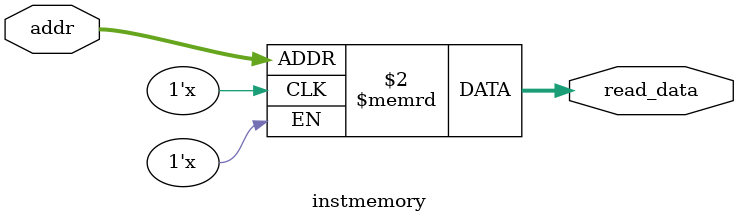
<source format=v>
module instmemory(addr,read_data);
	input [15:0]addr;
	output [31:0]read_data;
	reg [31:0] mem[1023:0];		//small for systhsis
	reg [31:0]read_data;
	
	always @(*) begin
		read_data = mem[addr];
	end
endmodule
			

</source>
